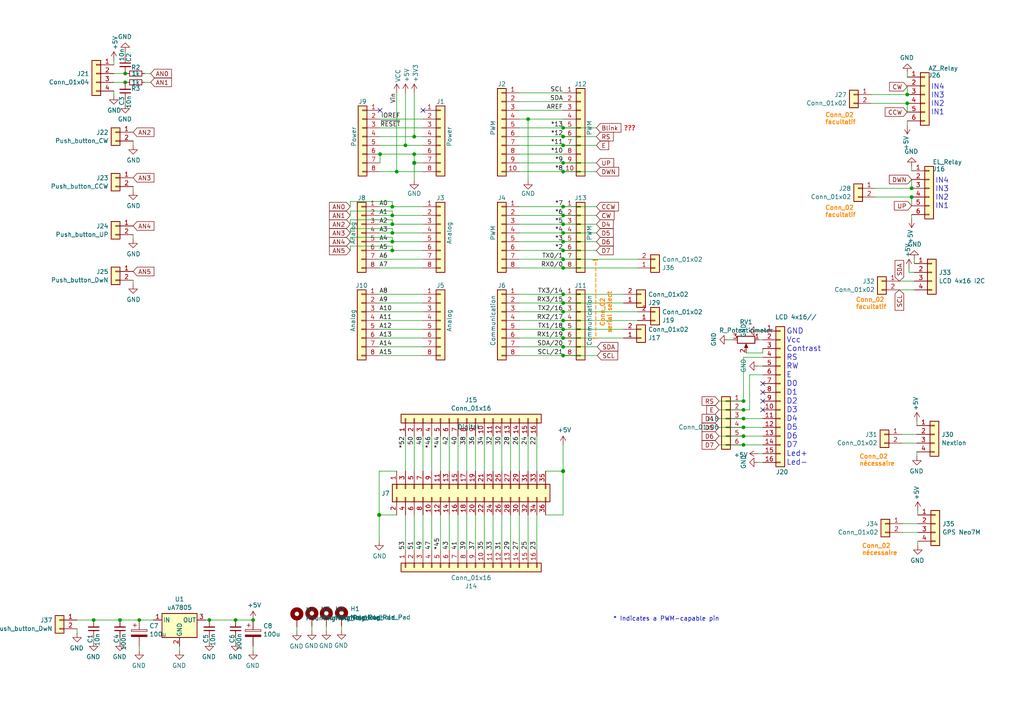
<source format=kicad_sch>
(kicad_sch (version 20230121) (generator eeschema)
  (paper "A4")
  (title_block (date "mar. 31 mars 2015"))
  (junction (at 163.322 90.424))
  (junction (at 163.322 49.784))
  (junction (at 120.142 39.624))
  (junction (at 163.322 72.644))
  (junction (at 163.322 92.964))
  (junction (at 109.982 149.352) (diameter 1.016))
  (junction (at 113.792 59.944))
  (junction (at 68.326 179.832))
  (junction (at 163.322 103.124))
  (junction (at 163.322 95.504))
  (junction (at 163.322 100.584))
  (junction (at 73.406 179.832))
  (junction (at 113.792 70.104))
  (junction (at 113.792 72.644))
  (junction (at 163.322 87.884))
  (junction (at 163.322 67.564))
  (junction (at 36.322 23.876))
  (junction (at 120.142 47.244) (diameter 1.016))
  (junction (at 215.646 129.032))
  (junction (at 264.414 57.15))
  (junction (at 117.602 42.164))
  (junction (at 215.646 118.872))
  (junction (at 263.144 29.972))
  (junction (at 163.322 59.944))
  (junction (at 120.142 44.704))
  (junction (at 215.646 123.952))
  (junction (at 163.322 85.344))
  (junction (at 264.414 54.61))
  (junction (at 163.322 70.104))
  (junction (at 40.386 179.832))
  (junction (at 163.322 39.624))
  (junction (at 113.792 67.564))
  (junction (at 215.646 116.332))
  (junction (at 163.322 47.244))
  (junction (at 36.322 21.336))
  (junction (at 163.322 75.184))
  (junction (at 153.162 34.544))
  (junction (at 113.792 62.484))
  (junction (at 110.236 44.704))
  (junction (at 163.322 65.024))
  (junction (at 163.322 42.164))
  (junction (at 163.322 77.724))
  (junction (at 215.646 126.492))
  (junction (at 60.706 179.832))
  (junction (at 215.646 121.412))
  (junction (at 115.062 49.784))
  (junction (at 163.322 98.044))
  (junction (at 263.144 27.432))
  (junction (at 163.322 37.084))
  (junction (at 27.178 179.832))
  (junction (at 113.792 65.024))
  (junction (at 163.322 136.652) (diameter 1.016))
  (junction (at 34.798 179.832))
  (junction (at 163.322 62.484))
  (no_connect (at 110.236 32.004))
  (no_connect (at 221.234 113.792))
  (no_connect (at 221.234 118.872))
  (no_connect (at 221.234 116.332))
  (no_connect (at 221.234 111.252))
  (no_connect (at 122.682 32.004))
  (wire (pts (xy 150.622 77.724) (xy 163.322 77.724)))
  (wire (pts (xy 208.534 118.872) (xy 215.646 118.872)))
  (wire (pts (xy 252.73 29.972) (xy 263.144 29.972)))
  (wire (pts (xy 163.322 72.644) (xy 172.974 72.644)))
  (wire (pts (xy 90.4563 181.7035) (xy 90.4563 182.9735)))
  (wire (pts (xy 73.406 187.452) (xy 73.406 188.722)))
  (wire (pts (xy 33.02 26.416) (xy 33.02 27.686)))
  (wire (pts (xy 150.622 44.704) (xy 163.322 44.704)))
  (wire (pts (xy 132.842 126.492) (xy 132.842 136.652)))
  (wire (pts (xy 215.646 123.952) (xy 221.234 123.952)))
  (wire (pts (xy 261.62 125.984) (xy 265.938 125.984)))
  (wire (pts (xy 260.858 81.534) (xy 265.176 81.534)))
  (wire (pts (xy 163.322 42.164) (xy 172.974 42.164)))
  (wire (pts (xy 150.622 26.924) (xy 163.322 26.924)))
  (wire (pts (xy 135.382 126.492) (xy 135.382 136.652)))
  (wire (pts (xy 208.534 126.492) (xy 215.646 126.492)))
  (wire (pts (xy 163.322 136.652) (xy 163.322 149.352)))
  (wire (pts (xy 110.236 44.704) (xy 120.142 44.704)))
  (wire (pts (xy 109.982 136.652) (xy 115.062 136.652)))
  (wire (pts (xy 150.622 90.424) (xy 163.322 90.424)))
  (wire (pts (xy 120.142 44.704) (xy 120.142 47.244)))
  (wire (pts (xy 41.91 23.876) (xy 43.688 23.876)))
  (wire (pts (xy 110.236 39.624) (xy 120.142 39.624)))
  (wire (pts (xy 137.922 149.352) (xy 137.922 159.512)))
  (wire (pts (xy 109.982 72.644) (xy 113.792 72.644)))
  (wire (pts (xy 143.002 126.492) (xy 143.002 136.652)))
  (wire (pts (xy 33.02 21.336) (xy 36.322 21.336)))
  (wire (pts (xy 113.792 59.944) (xy 113.792 58.42)))
  (wire (pts (xy 120.142 126.492) (xy 120.142 136.652)))
  (wire (pts (xy 155.702 126.492) (xy 155.702 136.652)))
  (wire (pts (xy 163.322 49.784) (xy 172.974 49.784)))
  (wire (pts (xy 217.424 108.712) (xy 217.424 118.872)))
  (wire (pts (xy 221.234 134.112) (xy 219.964 134.112)))
  (wire (pts (xy 109.982 62.484) (xy 113.792 62.484)))
  (wire (pts (xy 264.414 52.07) (xy 264.414 54.61)))
  (wire (pts (xy 120.142 47.244) (xy 120.142 52.324)))
  (wire (pts (xy 109.982 75.184) (xy 122.682 75.184)))
  (wire (pts (xy 36.322 23.876) (xy 36.83 23.876)))
  (wire (pts (xy 163.322 95.504) (xy 180.848 95.504)))
  (wire (pts (xy 101.6 71.374) (xy 101.6 72.644)))
  (wire (pts (xy 150.622 149.352) (xy 150.622 159.512)))
  (wire (pts (xy 34.798 184.912) (xy 34.798 186.182)))
  (wire (pts (xy 60.706 184.912) (xy 60.706 186.182)))
  (wire (pts (xy 208.534 121.412) (xy 215.646 121.412)))
  (wire (pts (xy 41.91 21.336) (xy 43.688 21.336)))
  (wire (pts (xy 120.142 39.624) (xy 122.682 39.624)))
  (wire (pts (xy 130.302 126.492) (xy 130.302 136.652)))
  (wire (pts (xy 261.874 151.892) (xy 266.192 151.892)))
  (wire (pts (xy 163.322 98.044) (xy 180.848 98.044)))
  (wire (pts (xy 117.602 42.164) (xy 122.682 42.164)))
  (wire (pts (xy 99.06 181.61) (xy 99.06 182.88)))
  (wire (pts (xy 140.462 149.352) (xy 140.462 159.512)))
  (wire (pts (xy 265.938 122.174) (xy 265.938 123.444)))
  (wire (pts (xy 117.602 26.924) (xy 117.602 42.164)))
  (wire (pts (xy 38.608 40.894) (xy 38.608 42.164)))
  (wire (pts (xy 109.982 103.124) (xy 122.682 103.124)))
  (wire (pts (xy 125.222 149.352) (xy 125.222 159.512)))
  (wire (pts (xy 266.192 156.972) (xy 266.192 158.242)))
  (wire (pts (xy 148.082 149.352) (xy 148.082 159.512)))
  (wire (pts (xy 110.236 49.784) (xy 115.062 49.784)))
  (wire (pts (xy 150.622 37.084) (xy 163.322 37.084)))
  (wire (pts (xy 264.414 48.26) (xy 264.414 49.53)))
  (wire (pts (xy 163.322 90.424) (xy 184.912 90.424)))
  (wire (pts (xy 52.07 187.452) (xy 52.07 188.722)))
  (wire (pts (xy 120.142 26.924) (xy 120.142 39.624)))
  (wire (pts (xy 150.622 59.944) (xy 163.322 59.944)))
  (wire (pts (xy 113.792 62.484) (xy 122.682 62.484)))
  (wire (pts (xy 113.792 67.564) (xy 122.682 67.564)))
  (wire (pts (xy 254 54.61) (xy 264.414 54.61)))
  (wire (pts (xy 109.982 59.944) (xy 113.792 59.944)))
  (wire (pts (xy 38.608 81.28) (xy 38.608 82.55)))
  (wire (pts (xy 122.682 100.584) (xy 109.982 100.584)))
  (wire (pts (xy 219.964 131.572) (xy 221.234 131.572)))
  (wire (pts (xy 36.322 16.256) (xy 36.322 14.986)))
  (wire (pts (xy 150.622 62.484) (xy 163.322 62.484)))
  (wire (pts (xy 150.622 98.044) (xy 163.322 98.044)))
  (wire (pts (xy 109.982 70.104) (xy 113.792 70.104)))
  (wire (pts (xy 163.322 37.084) (xy 172.974 37.084)))
  (wire (pts (xy 101.6 63.754) (xy 101.6 65.024)))
  (wire (pts (xy 261.874 154.432) (xy 266.192 154.432)))
  (wire (pts (xy 212.598 98.552) (xy 211.328 98.552)))
  (wire (pts (xy 140.462 126.492) (xy 140.462 136.652)))
  (wire (pts (xy 163.322 77.724) (xy 184.912 77.724)))
  (wire (pts (xy 263.144 24.892) (xy 263.144 27.432)))
  (wire (pts (xy 27.178 184.912) (xy 27.178 186.182)))
  (wire (pts (xy 101.6 68.834) (xy 101.6 70.104)))
  (wire (pts (xy 109.982 136.652) (xy 109.982 149.352)))
  (wire (pts (xy 94.6476 181.7035) (xy 94.6476 182.9735)))
  (wire (pts (xy 163.322 47.244) (xy 172.974 47.244)))
  (wire (pts (xy 125.222 126.492) (xy 125.222 136.652)))
  (wire (pts (xy 115.062 149.352) (xy 109.982 149.352)))
  (wire (pts (xy 163.322 103.124) (xy 173.228 103.124)))
  (wire (pts (xy 163.322 85.344) (xy 180.848 85.344)))
  (wire (pts (xy 263.144 21.082) (xy 263.144 22.352)))
  (wire (pts (xy 150.622 47.244) (xy 163.322 47.244)))
  (wire (pts (xy 148.082 126.492) (xy 148.082 136.652)))
  (wire (pts (xy 38.608 68.072) (xy 38.608 69.342)))
  (wire (pts (xy 40.386 179.832) (xy 44.45 179.832)))
  (wire (pts (xy 145.542 126.492) (xy 145.542 136.652)))
  (wire (pts (xy 110.236 44.704) (xy 110.236 47.244)))
  (wire (pts (xy 113.792 63.754) (xy 101.6 63.754)))
  (wire (pts (xy 127.762 149.352) (xy 127.762 159.512)))
  (wire (pts (xy 263.652 78.994) (xy 265.176 78.994)))
  (wire (pts (xy 145.542 149.352) (xy 145.542 159.512)))
  (wire (pts (xy 122.682 149.352) (xy 122.682 159.512)))
  (wire (pts (xy 153.162 126.492) (xy 153.162 136.652)))
  (wire (pts (xy 113.792 70.104) (xy 113.792 68.834)))
  (wire (pts (xy 254 57.15) (xy 264.414 57.15)))
  (wire (pts (xy 215.646 126.492) (xy 221.234 126.492)))
  (wire (pts (xy 150.622 67.564) (xy 163.322 67.564)))
  (wire (pts (xy 113.792 72.644) (xy 113.792 71.374)))
  (wire (pts (xy 60.706 179.832) (xy 68.326 179.832)))
  (wire (pts (xy 132.842 149.352) (xy 132.842 159.512)))
  (wire (pts (xy 221.234 108.712) (xy 217.424 108.712)))
  (wire (pts (xy 127.762 126.492) (xy 127.762 136.652)))
  (wire (pts (xy 113.792 65.024) (xy 122.682 65.024)))
  (wire (pts (xy 33.02 17.526) (xy 33.02 18.796)))
  (wire (pts (xy 113.792 72.644) (xy 122.682 72.644)))
  (wire (pts (xy 59.69 179.832) (xy 60.706 179.832)))
  (wire (pts (xy 36.322 21.336) (xy 36.83 21.336)))
  (wire (pts (xy 113.792 58.42) (xy 101.6 58.42)))
  (wire (pts (xy 150.622 87.884) (xy 163.322 87.884)))
  (wire (pts (xy 163.322 129.032) (xy 163.322 136.652)))
  (wire (pts (xy 208.534 123.952) (xy 215.646 123.952)))
  (wire (pts (xy 153.162 34.544) (xy 153.162 52.324)))
  (wire (pts (xy 113.792 71.374) (xy 101.6 71.374)))
  (wire (pts (xy 150.622 103.124) (xy 163.322 103.124)))
  (wire (pts (xy 113.792 61.214) (xy 101.6 61.214)))
  (wire (pts (xy 208.534 129.032) (xy 215.646 129.032)))
  (wire (pts (xy 163.322 100.584) (xy 173.228 100.584)))
  (wire (pts (xy 150.622 32.004) (xy 163.322 32.004)))
  (wire (pts (xy 221.234 96.012) (xy 219.964 96.012)))
  (wire (pts (xy 158.242 136.652) (xy 163.322 136.652)))
  (wire (pts (xy 110.236 42.164) (xy 117.602 42.164)))
  (wire (pts (xy 101.6 58.42) (xy 101.6 59.944)))
  (wire (pts (xy 150.622 95.504) (xy 163.322 95.504)))
  (wire (pts (xy 109.982 92.964) (xy 122.682 92.964)))
  (wire (pts (xy 163.322 39.624) (xy 172.974 39.624)))
  (wire (pts (xy 113.792 65.024) (xy 113.792 63.754)))
  (wire (pts (xy 208.534 116.332) (xy 215.646 116.332)))
  (wire (pts (xy 150.622 85.344) (xy 163.322 85.344)))
  (wire (pts (xy 122.682 47.244) (xy 120.142 47.244)))
  (wire (pts (xy 113.792 66.294) (xy 101.6 66.294)))
  (wire (pts (xy 217.424 118.872) (xy 215.646 118.872)))
  (wire (pts (xy 163.322 87.884) (xy 180.848 87.884)))
  (wire (pts (xy 263.652 77.724) (xy 263.652 78.994)))
  (wire (pts (xy 86.106 181.864) (xy 86.106 183.134)))
  (wire (pts (xy 163.322 62.484) (xy 172.974 62.484)))
  (wire (pts (xy 113.792 68.834) (xy 101.6 68.834)))
  (wire (pts (xy 221.234 101.092) (xy 221.234 102.362)))
  (wire (pts (xy 263.144 35.052) (xy 263.144 36.322)))
  (wire (pts (xy 265.938 131.064) (xy 265.938 132.334)))
  (wire (pts (xy 122.682 49.784) (xy 115.062 49.784)))
  (wire (pts (xy 117.602 126.492) (xy 117.602 136.652)))
  (wire (pts (xy 163.322 70.104) (xy 172.974 70.104)))
  (wire (pts (xy 221.234 102.362) (xy 216.408 102.362)))
  (wire (pts (xy 215.646 121.412) (xy 221.234 121.412)))
  (wire (pts (xy 150.622 39.624) (xy 163.322 39.624)))
  (wire (pts (xy 120.142 149.352) (xy 120.142 159.512)))
  (wire (pts (xy 220.218 98.552) (xy 221.234 98.552)))
  (wire (pts (xy 109.982 65.024) (xy 113.792 65.024)))
  (wire (pts (xy 143.002 149.352) (xy 143.002 159.512)))
  (wire (pts (xy 122.682 90.424) (xy 109.982 90.424)))
  (wire (pts (xy 117.602 149.352) (xy 117.602 159.512)))
  (wire (pts (xy 38.608 54.102) (xy 38.608 55.372)))
  (wire (pts (xy 150.622 92.964) (xy 163.322 92.964)))
  (wire (pts (xy 150.622 34.544) (xy 153.162 34.544)))
  (wire (pts (xy 135.382 149.352) (xy 135.382 159.512)))
  (wire (pts (xy 122.682 44.704) (xy 120.142 44.704)))
  (wire (pts (xy 109.982 98.044) (xy 122.682 98.044)))
  (wire (pts (xy 68.326 179.832) (xy 73.406 179.832)))
  (wire (pts (xy 150.622 126.492) (xy 150.622 136.652)))
  (wire (pts (xy 163.322 59.944) (xy 172.974 59.944)))
  (wire (pts (xy 215.646 129.032) (xy 221.234 129.032)))
  (wire (pts (xy 110.236 34.544) (xy 122.682 34.544)))
  (wire (pts (xy 150.622 42.164) (xy 163.322 42.164)))
  (wire (pts (xy 221.234 106.172) (xy 219.964 106.172)))
  (wire (pts (xy 163.322 65.024) (xy 172.974 65.024)))
  (wire (pts (xy 101.6 61.214) (xy 101.6 62.484)))
  (wire (pts (xy 137.922 126.492) (xy 137.922 136.652)))
  (wire (pts (xy 163.322 67.564) (xy 172.974 67.564)))
  (wire (pts (xy 163.322 75.184) (xy 184.912 75.184)))
  (wire (pts (xy 109.982 87.884) (xy 122.682 87.884)))
  (wire (pts (xy 263.144 29.972) (xy 263.144 32.512)))
  (wire (pts (xy 110.236 37.084) (xy 122.682 37.084)))
  (wire (pts (xy 264.414 62.23) (xy 264.414 63.5)))
  (wire (pts (xy 264.414 57.15) (xy 264.414 59.69)))
  (wire (pts (xy 150.622 65.024) (xy 163.322 65.024)))
  (wire (pts (xy 109.982 67.564) (xy 113.792 67.564)))
  (wire (pts (xy 109.982 77.724) (xy 122.682 77.724)))
  (wire (pts (xy 122.682 126.492) (xy 122.682 136.652)))
  (wire (pts (xy 153.162 34.544) (xy 163.322 34.544)))
  (wire (pts (xy 265.176 76.454) (xy 265.176 75.184)))
  (wire (pts (xy 150.622 100.584) (xy 163.322 100.584)))
  (wire (pts (xy 113.792 59.944) (xy 122.682 59.944)))
  (wire (pts (xy 40.386 187.452) (xy 40.386 188.722)))
  (wire (pts (xy 163.322 149.352) (xy 158.242 149.352)))
  (wire (pts (xy 122.682 85.344) (xy 109.982 85.344)))
  (wire (pts (xy 163.322 92.964) (xy 184.912 92.964)))
  (wire (pts (xy 215.646 116.332) (xy 215.646 103.632)))
  (wire (pts (xy 22.352 179.832) (xy 27.178 179.832)))
  (wire (pts (xy 155.702 149.352) (xy 155.702 159.512)))
  (wire (pts (xy 266.192 148.082) (xy 266.192 149.352)))
  (wire (pts (xy 36.322 28.956) (xy 36.322 30.226)))
  (wire (pts (xy 150.622 29.464) (xy 163.322 29.464)))
  (wire (pts (xy 153.162 149.352) (xy 153.162 159.512)))
  (wire (pts (xy 33.02 23.876) (xy 36.322 23.876)))
  (wire (pts (xy 150.622 72.644) (xy 163.322 72.644)))
  (wire (pts (xy 113.792 70.104) (xy 122.682 70.104)))
  (wire (pts (xy 22.352 182.372) (xy 22.352 183.642)))
  (wire (pts (xy 150.622 70.104) (xy 163.322 70.104)))
  (wire (pts (xy 252.73 27.432) (xy 263.144 27.432)))
  (wire (pts (xy 260.858 84.074) (xy 265.176 84.074)))
  (wire (pts (xy 101.6 66.294) (xy 101.6 67.564)))
  (wire (pts (xy 215.646 103.632) (xy 221.234 103.632)))
  (wire (pts (xy 130.302 149.352) (xy 130.302 159.512)))
  (wire (pts (xy 34.798 179.832) (xy 40.386 179.832)))
  (wire (pts (xy 150.622 75.184) (xy 163.322 75.184)))
  (wire (pts (xy 122.682 95.504) (xy 109.982 95.504)))
  (wire (pts (xy 27.178 179.832) (xy 34.798 179.832)))
  (wire (pts (xy 115.062 49.784) (xy 115.062 26.924)))
  (wire (pts (xy 109.982 149.352) (xy 109.982 156.972)))
  (wire (pts (xy 113.792 67.564) (xy 113.792 66.294)))
  (wire (pts (xy 68.326 184.912) (xy 68.326 186.182)))
  (wire (pts (xy 261.62 128.524) (xy 265.938 128.524)))
  (wire (pts (xy 113.792 62.484) (xy 113.792 61.214)))
  (wire (pts (xy 150.622 49.784) (xy 163.322 49.784)))
  (text "???" (at 180.848 38.1 0) (effects (font (size 1.27 1.27) (thickness 0.254) bold) (justify left bottom)))
  (text "IN4\nIN3\nIN2\nIN1\n" (at 271.272 60.706 0) (effects (font (size 1.524 1.524)) (justify left bottom)))
  (text "Conn_02 \nfacultatif" (at 239.268 36.322 0) (effects (font (size 1.27 1.27) bold) (justify left bottom)))
  (text "IN4\nIN3\nIN2\nIN1\n" (at 270.002 33.528 0) (effects (font (size 1.524 1.524)) (justify left bottom)))
  (text "!--------------!\n    Conn_02 \n  serial select\n" (at 177.546 98.806 90) (effects (font (size 1.27 1.27) bold) (justify left bottom)))
  (text "Conn_02 \nfacultatif" (at 239.268 63.246 0) (effects (font (size 1.27 1.27) bold) (justify left bottom)))
  (text "Conn_02 \nnécessaire\n" (at 249.174 135.382 0) (effects (font (size 1.27 1.27) bold) (justify left bottom)))
  (text "Conn_02 \nfacultatif" (at 248.158 89.916 0) (effects (font (size 1.27 1.27) bold) (justify left bottom)))
  (text "GND\nVcc\nContrast\nRS\nRW\nE\nD0\nD1\nD2\nD3\nD4\nD5\nD6\nD7\nLed+\nLed-\n" (at 228.092 135.128 0) (effects (font (size 1.5748 1.5748)) (justify left bottom)))
  (text "* Indicates a PWM-capable pin" (at 177.8 180.34 0) (effects (font (size 1.27 1.27)) (justify left bottom)))
  (text "Conn_02 \nnécessaire\n" (at 249.936 161.29 0) (effects (font (size 1.27 1.27) bold) (justify left bottom)))
  (label "A10" (at 109.982 90.424 0))
  (label "RX0{slash}0" (at 163.322 77.724 180))
  (label "A15" (at 109.982 103.124 0))
  (label "A2" (at 109.982 65.024 0))
  (label "RX2{slash}17" (at 163.322 92.964 180))
  (label "*4" (at 163.322 67.564 180))
  (label "SDA{slash}20" (at 163.322 100.584 180))
  (label "26" (at 150.622 126.492 270))
  (label "31" (at 145.542 159.512 90))
  (label "22" (at 155.702 126.492 270))
  (label "33" (at 143.002 159.512 90))
  (label "36" (at 137.922 126.492 270))
  (label "*2" (at 163.322 72.644 180))
  (label "TX1{slash}18" (at 163.322 95.504 180))
  (label "*44" (at 127.762 126.492 270))
  (label "A3" (at 109.982 67.564 0))
  (label "*13" (at 163.322 37.084 180))
  (label "*52" (at 117.602 126.492 270))
  (label "*12" (at 163.322 39.624 180))
  (label "40" (at 132.842 126.492 270))
  (label "~{RESET}" (at 110.236 37.084 0))
  (label "35" (at 140.462 159.512 90))
  (label "*10" (at 163.322 44.704 180))
  (label "28" (at 148.082 126.492 270))
  (label "23" (at 155.702 159.512 90))
  (label "29" (at 148.082 159.512 90))
  (label "A13" (at 109.982 98.044 0))
  (label "41" (at 132.842 159.512 90))
  (label "30" (at 145.542 126.492 270))
  (label "47" (at 125.222 159.512 90))
  (label "34" (at 140.462 126.492 270))
  (label "*45" (at 127.762 159.512 90))
  (label "38" (at 135.382 126.492 270))
  (label "51" (at 120.142 159.512 90))
  (label "*7" (at 163.322 59.944 180))
  (label "SDA" (at 163.322 29.464 180))
  (label "*8" (at 163.322 49.784 180))
  (label "A9" (at 109.982 87.884 0))
  (label "*11" (at 163.322 42.164 180))
  (label "*3" (at 163.322 70.104 180))
  (label "A6" (at 109.982 75.184 0))
  (label "42" (at 130.302 126.492 270))
  (label "A1" (at 109.982 62.484 0))
  (label "53" (at 117.602 159.512 90))
  (label "TX0{slash}1" (at 163.322 75.184 180))
  (label "24" (at 153.162 126.492 270))
  (label "RX1{slash}19" (at 163.322 98.044 180))
  (label "A0" (at 109.982 59.944 0))
  (label "AREF" (at 163.322 32.004 180))
  (label "A14" (at 109.982 100.584 0))
  (label "39" (at 135.382 159.512 90))
  (label "A8" (at 109.982 85.344 0))
  (label "Vin" (at 115.062 26.924 270))
  (label "27" (at 150.622 159.512 90))
  (label "37" (at 137.922 159.512 90))
  (label "25" (at 153.162 159.512 90))
  (label "*6" (at 163.322 62.484 180))
  (label "*46" (at 125.222 126.492 270))
  (label "SCL" (at 163.322 26.924 180))
  (label "*9" (at 163.322 47.244 180))
  (label "50" (at 120.142 126.492 270))
  (label "TX2{slash}16" (at 163.322 90.424 180))
  (label "*5" (at 163.322 65.024 180))
  (label "IOREF" (at 110.49 34.544 0))
  (label "A7" (at 109.982 77.724 0))
  (label "A11" (at 109.982 92.964 0))
  (label "A4" (at 109.982 70.104 0))
  (label "49" (at 122.682 159.512 90))
  (label "A5" (at 109.982 72.644 0))
  (label "RX3{slash}15" (at 163.322 87.884 180))
  (label "TX3{slash}14" (at 163.322 85.344 180))
  (label "32" (at 143.002 126.492 270))
  (label "43" (at 130.302 159.512 90))
  (label "A12" (at 109.982 95.504 0))
  (label "SCL{slash}21" (at 163.322 103.124 180))
  (label "48" (at 122.682 126.492 270))
  (global_label "SDA" (shape input) (at 260.858 81.534 90) (property "Intersheetrefs" "${INTERSHEET_REFS}" (effects hide)))
  (global_label "SDA" (shape input) (at 173.228 100.584 0) (property "Intersheetrefs" "${INTERSHEET_REFS}" (effects hide)))
  (global_label "AN0" (shape input) (at 43.688 21.336 0) (property "Intersheetrefs" "${INTERSHEET_REFS}" (effects hide)))
  (global_label "CCW" (shape input) (at 263.144 32.512 180) (property "Intersheetrefs" "${INTERSHEET_REFS}" (effects hide)))
  (global_label "AN1" (shape input) (at 43.688 23.876 0) (property "Intersheetrefs" "${INTERSHEET_REFS}" (effects hide)))
  (global_label "Blink" (shape input) (at 172.974 37.084 0) (property "Intersheetrefs" "${INTERSHEET_REFS}" (effects hide)))
  (global_label "D7" (shape input) (at 172.974 72.644 0) (property "Intersheetrefs" "${INTERSHEET_REFS}" (effects hide)))
  (global_label "AN5" (shape input) (at 101.6 72.644 180) (property "Intersheetrefs" "${INTERSHEET_REFS}" (effects hide)))
  (global_label "RS" (shape input) (at 172.974 39.624 0) (property "Intersheetrefs" "${INTERSHEET_REFS}" (effects hide)))
  (global_label "D4" (shape input) (at 172.974 65.024 0) (property "Intersheetrefs" "${INTERSHEET_REFS}" (effects hide)))
  (global_label "D4" (shape input) (at 208.534 121.412 180) (property "Intersheetrefs" "${INTERSHEET_REFS}" (effects hide)))
  (global_label "UP" (shape input) (at 264.414 59.69 180) (property "Intersheetrefs" "${INTERSHEET_REFS}" (effects hide)))
  (global_label "UP" (shape input) (at 172.974 47.244 0) (property "Intersheetrefs" "${INTERSHEET_REFS}" (effects hide)))
  (global_label "AN0" (shape input) (at 101.6 59.944 180) (property "Intersheetrefs" "${INTERSHEET_REFS}" (effects hide)))
  (global_label "CCW" (shape input) (at 172.974 59.944 0) (property "Intersheetrefs" "${INTERSHEET_REFS}" (effects hide)))
  (global_label "DWN" (shape input) (at 264.414 52.07 180) (property "Intersheetrefs" "${INTERSHEET_REFS}" (effects hide)))
  (global_label "D6" (shape input) (at 208.534 126.492 180) (property "Intersheetrefs" "${INTERSHEET_REFS}" (effects hide)))
  (global_label "D7" (shape input) (at 208.534 129.032 180) (property "Intersheetrefs" "${INTERSHEET_REFS}" (effects hide)))
  (global_label "RS" (shape input) (at 208.534 116.332 180) (property "Intersheetrefs" "${INTERSHEET_REFS}" (effects hide)))
  (global_label "CW" (shape input) (at 172.974 62.484 0) (property "Intersheetrefs" "${INTERSHEET_REFS}" (effects hide)))
  (global_label "AN3" (shape input) (at 101.6 67.564 180) (property "Intersheetrefs" "${INTERSHEET_REFS}" (effects hide)))
  (global_label "AN4" (shape input) (at 38.608 65.532 0) (property "Intersheetrefs" "${INTERSHEET_REFS}" (effects hide)))
  (global_label "SCL" (shape input) (at 173.228 103.124 0) (property "Intersheetrefs" "${INTERSHEET_REFS}" (effects hide)))
  (global_label "SCL" (shape input) (at 260.858 84.074 270) (property "Intersheetrefs" "${INTERSHEET_REFS}" (effects hide)))
  (global_label "AN2" (shape input) (at 101.6 65.024 180) (property "Intersheetrefs" "${INTERSHEET_REFS}" (effects hide)))
  (global_label "AN2" (shape input) (at 38.608 38.354 0) (property "Intersheetrefs" "${INTERSHEET_REFS}" (effects hide)))
  (global_label "CW" (shape input) (at 263.144 25.146 180) (property "Intersheetrefs" "${INTERSHEET_REFS}" (effects hide)))
  (global_label "E" (shape input) (at 208.534 118.872 180) (property "Intersheetrefs" "${INTERSHEET_REFS}" (effects hide)))
  (global_label "D6" (shape input) (at 172.974 70.104 0) (property "Intersheetrefs" "${INTERSHEET_REFS}" (effects hide)))
  (global_label "AN1" (shape input) (at 101.6 62.484 180) (property "Intersheetrefs" "${INTERSHEET_REFS}" (effects hide)))
  (global_label "DWN" (shape input) (at 172.974 49.784 0) (property "Intersheetrefs" "${INTERSHEET_REFS}" (effects hide)))
  (global_label "E" (shape input) (at 172.974 42.164 0) (property "Intersheetrefs" "${INTERSHEET_REFS}" (effects hide)))
  (global_label "AN5" (shape input) (at 38.608 78.74 0) (property "Intersheetrefs" "${INTERSHEET_REFS}" (effects hide)))
  (global_label "AN3" (shape input) (at 38.608 51.562 0) (property "Intersheetrefs" "${INTERSHEET_REFS}" (effects hide)))
  (global_label "AN4" (shape input) (at 101.6 70.104 180) (property "Intersheetrefs" "${INTERSHEET_REFS}" (effects hide)))
  (global_label "D5" (shape input) (at 208.534 123.952 180) (property "Intersheetrefs" "${INTERSHEET_REFS}" (effects hide)))
  (global_label "D5" (shape input) (at 172.974 67.564 0) (property "Intersheetrefs" "${INTERSHEET_REFS}" (effects hide)))
  (symbol (lib_id "Connector_Generic:Conn_01x08") (at 127.762 39.624 0) (unit 1)
    (property "Reference" "J1" (at 127.762 29.464 0))
    (property "Value" "Power" (at 130.302 39.624 90))
    (property "Footprint" "Connector_PinSocket_2.54mm:PinSocket_1x08_P2.54mm_Vertical" (effects hide))
  )
  (symbol (lib_id "power:+3V3") (at 120.142 26.924 0) (unit 1)
    (property "Reference" "#PWR03" (effects hide))
    (property "Value" "+3.3V" (at 120.523 23.876 90) (effects (justify left)))
  )
  (symbol (lib_id "power:+5V") (at 117.602 26.924 0) (unit 1)
    (property "Reference" "#PWR02" (effects hide))
    (property "Value" "+5V" (at 117.9576 23.876 90) (effects (justify left)))
  )
  (symbol (lib_id "power:GND") (at 120.142 52.324 0) (unit 1)
    (property "Reference" "#PWR04" (effects hide))
    (property "Value" "GND" (at 120.142 56.134 0))
  )
  (symbol (lib_id "Connector_Generic:Conn_01x10") (at 145.542 37.084 0) (mirror y) (unit 1)
    (property "Reference" "J2" (at 145.542 24.384 0))
    (property "Value" "PWM" (at 143.002 37.084 90))
    (property "Footprint" "Connector_PinSocket_2.54mm:PinSocket_1x10_P2.54mm_Vertical" (effects hide))
  )
  (symbol (lib_id "power:GND") (at 153.162 52.324 0) (unit 1)
    (property "Reference" "#PWR05" (effects hide))
    (property "Value" "GND" (at 153.162 56.134 0))
  )
  (symbol (lib_id "Connector_Generic:Conn_01x08") (at 127.762 67.564 0) (unit 1)
    (property "Reference" "J3" (at 127.762 57.404 0))
    (property "Value" "Analog" (at 130.302 67.564 90))
    (property "Footprint" "Connector_PinHeader_2.54mm:PinHeader_1x08_P2.54mm_Vertical" (effects hide))
  )
  (symbol (lib_id "Connector_Generic:Conn_01x08") (at 145.542 67.564 0) (mirror y) (unit 1)
    (property "Reference" "J4" (at 145.542 57.404 0))
    (property "Value" "PWM" (at 143.002 67.564 90))
    (property "Footprint" "Connector_PinSocket_2.54mm:PinSocket_1x08_P2.54mm_Vertical" (effects hide))
  )
  (symbol (lib_id "Connector_Generic:Conn_01x08") (at 127.762 92.964 0) (unit 1)
    (property "Reference" "J5" (at 127.762 82.804 0))
    (property "Value" "Analog" (at 130.302 92.964 90))
    (property "Footprint" "Connector_PinSocket_2.54mm:PinSocket_1x08_P2.54mm_Vertical" (effects hide))
  )
  (symbol (lib_id "Connector_Generic:Conn_01x08") (at 145.542 92.964 0) (mirror y) (unit 1)
    (property "Reference" "J6" (at 145.542 82.804 0))
    (property "Value" "Communication" (at 143.002 92.964 90))
    (property "Footprint" "Connector_PinSocket_2.54mm:PinSocket_1x08_P2.54mm_Vertical" (effects hide))
  )
  (symbol (lib_id "Connector_Generic:Conn_02x18_Odd_Even") (at 135.382 141.732 90) (mirror x) (unit 1)
    (property "Reference" "J7" (at 113.0299 143.1226 90) (effects (justify left)))
    (property "Value" "Digital" (at 135.89 123.825 90))
    (property "Footprint" "Connector_PinSocket_2.54mm:PinSocket_2x18_P2.54mm_Vertical" (effects hide))
  )
  (symbol (lib_id "power:GND") (at 109.982 156.972 0) (unit 1)
    (property "Reference" "#PWR07" (effects hide))
    (property "Value" "GND" (at 110.0963 161.2964 0))
  )
  (symbol (lib_id "power:+5V") (at 163.322 129.032 0) (unit 1)
    (property "Reference" "#PWR06" (effects hide))
    (property "Value" "+5V" (at 163.6903 124.7076 0))
  )
  (symbol (lib_id "power:GND") (at 38.608 55.372 0) (unit 1)
    (property "Reference" "#PWR013" (effects hide))
    (property "Value" "GND" (at 38.7223 59.6964 0))
  )
  (symbol (lib_id "power:+5V") (at 265.938 122.174 0) (mirror y) (unit 1)
    (property "Reference" "#PWR022" (effects hide))
    (property "Value" "+5V" (at 265.5824 119.126 90) (effects (justify left)))
  )
  (symbol (lib_id "power:GND") (at 33.02 27.686 0) (unit 1)
    (property "Reference" "#PWR010" (effects hide))
    (property "Value" "GND" (at 33.1343 32.0104 0))
  )
  (symbol (lib_id "Connector_Generic:Conn_01x04") (at 271.272 151.892 0) (unit 1)
    (property "Reference" "J35" (at 273.304 151.9499 0) (effects (justify left)))
    (property "Value" "GPS Neo7M" (at 273.304 154.3741 0) (effects (justify left)))
    (property "Footprint" "Connector_Molex:Molex_KK-254_AE-6410-04A_1x04_P2.54mm_Vertical" (effects hide))
  )
  (symbol (lib_id "Connector_Generic:Conn_01x02") (at 33.528 38.354 0) (mirror y) (unit 1)
    (property "Reference" "J22" (at 31.496 38.4119 0) (effects (justify left)))
    (property "Value" "Push_button_CW" (at 31.496 40.8361 0) (effects (justify left)))
    (property "Footprint" "Connector_Molex:Molex_KK-254_AE-6410-02A_1x02_P2.54mm_Vertical" (effects hide))
  )
  (symbol (lib_id "power:GND") (at 86.106 183.134 0) (mirror y) (unit 1)
    (property "Reference" "#PWR043" (effects hide))
    (property "Value" "GND" (at 85.9917 187.4584 0))
  )
  (symbol (lib_id "Device:C_Polarized") (at 73.406 183.642 0) (unit 1)
    (property "Reference" "C8" (at 76.327 181.5409 0) (effects (justify left)))
    (property "Value" "100u" (at 76.327 183.9651 0) (effects (justify left)))
    (property "Footprint" "Capacitor_SMD:CP_Elec_10x12.6" (effects hide))
  )
  (symbol (lib_id "Connector_Generic:Conn_01x02") (at 189.992 77.724 0) (mirror x) (unit 1)
    (property "Reference" "J36" (at 192.024 77.6661 0) (effects (justify left)))
    (property "Value" "Conn_01x02" (at 192.024 75.2419 0) (effects (justify left)))
    (property "Footprint" "Connector_Molex:Molex_KK-254_AE-6410-02A_1x02_P2.54mm_Vertical" (effects hide))
  )
  (symbol (lib_id "Device:C_Small") (at 27.178 182.372 0) (mirror x) (unit 1)
    (property "Reference" "C1" (at 26.162 183.896 90) (effects (justify left)))
    (property "Value" "10n" (at 28.194 183.642 90) (effects (justify left)))
    (property "Footprint" "Capacitor_SMD:C_0805_2012Metric_Pad1.18x1.45mm_HandSolder" (effects hide))
  )
  (symbol (lib_id "power:+5V") (at 219.964 131.572 90) (mirror x) (unit 1)
    (property "Reference" "#PWR029" (effects hide))
    (property "Value" "+5V" (at 216.916 131.9276 90) (effects (justify left)))
  )
  (symbol (lib_id "Device:C_Small") (at 68.326 182.372 0) (mirror x) (unit 1)
    (property "Reference" "C6" (at 67.31 183.896 90) (effects (justify left)))
    (property "Value" "100n" (at 69.342 183.642 90) (effects (justify left)))
    (property "Footprint" "Capacitor_SMD:C_0805_2012Metric_Pad1.18x1.45mm_HandSolder" (effects hide))
  )
  (symbol (lib_id "Device:R_Small") (at 39.37 23.876 90) (mirror x) (unit 1)
    (property "Reference" "R3" (at 39.37 25.654 90))
    (property "Value" "1k" (at 39.37 23.876 90))
    (property "Footprint" "Resistor_SMD:R_0805_2012Metric_Pad1.20x1.40mm_HandSolder" (effects hide))
  )
  (symbol (lib_id "power:+5V") (at 264.414 63.5 180) (unit 1)
    (property "Reference" "#PWR020" (effects hide))
    (property "Value" "+5V" (at 264.0584 66.548 90) (effects (justify left)))
  )
  (symbol (lib_id "Connector_Generic:Conn_01x16") (at 135.382 121.412 90) (unit 1)
    (property "Reference" "J15" (at 136.652 115.9977 90))
    (property "Value" "Conn_01x16" (at 136.652 118.4219 90))
    (property "Footprint" "Connector_PinHeader_2.54mm:PinHeader_1x16_P2.54mm_Vertical" (effects hide))
  )
  (symbol (lib_id "Device:C_Small") (at 60.706 182.372 0) (mirror x) (unit 1)
    (property "Reference" "C5" (at 59.69 183.896 90) (effects (justify left)))
    (property "Value" "10n" (at 61.722 183.642 90) (effects (justify left)))
    (property "Footprint" "Capacitor_SMD:C_0805_2012Metric_Pad1.18x1.45mm_HandSolder" (effects hide))
  )
  (symbol (lib_id "power:GND") (at 34.798 186.182 0) (mirror y) (unit 1)
    (property "Reference" "#PWR011" (effects hide))
    (property "Value" "GND" (at 34.6837 190.5064 0))
  )
  (symbol (lib_id "power:+5V") (at 266.192 148.082 0) (mirror y) (unit 1)
    (property "Reference" "#PWR026" (effects hide))
    (property "Value" "+5V" (at 265.8364 145.034 90) (effects (justify left)))
  )
  (symbol (lib_id "power:+5V") (at 263.652 77.724 0) (mirror y) (unit 1)
    (property "Reference" "#PWR024" (effects hide))
    (property "Value" "+5V" (at 263.2964 74.676 90) (effects (justify left)))
  )
  (symbol (lib_id "Connector_Generic:Conn_01x02") (at 189.992 92.964 0) (mirror x) (unit 1)
    (property "Reference" "J19" (at 192.024 92.9061 0) (effects (justify left)))
    (property "Value" "Conn_01x02" (at 192.024 90.4819 0) (effects (justify left)))
    (property "Footprint" "Connector_Molex:Molex_KK-254_AE-6410-02A_1x02_P2.54mm_Vertical" (effects hide))
  )
  (symbol (lib_id "Connector_Generic:Conn_01x02") (at 248.92 54.61 0) (mirror y) (unit 1)
    (property "Reference" "J28" (at 246.888 54.6679 0) (effects (justify left)))
    (property "Value" "Conn_01x02" (at 246.888 57.0921 0) (effects (justify left)))
    (property "Footprint" "Connector_Molex:Molex_KK-254_AE-6410-02A_1x02_P2.54mm_Vertical" (effects hide))
  )
  (symbol (lib_id "power:GND") (at 219.964 134.112 270) (mirror x) (unit 1)
    (property "Reference" "#PWR028" (effects hide))
    (property "Value" "GND" (at 215.6396 133.9977 0))
  )
  (symbol (lib_id "Connector_Generic:Conn_01x06") (at 268.224 27.432 0) (unit 1)
    (property "Reference" "J26" (at 269.24 21.844 0) (effects (justify left)))
    (property "Value" "AZ_Relay" (at 269.24 19.812 0) (effects (justify left)))
    (property "Footprint" "Connector_PinSocket_2.54mm:PinSocket_1x06_P2.54mm_Vertical" (effects hide))
  )
  (symbol (lib_id "Connector_Generic:Conn_01x02") (at 256.54 125.984 0) (mirror y) (unit 1)
    (property "Reference" "J31" (at 254.508 126.0419 0) (effects (justify left)))
    (property "Value" "Conn_01x02" (at 254.508 128.4661 0) (effects (justify left)))
    (property "Footprint" "Connector_Molex:Molex_KK-254_AE-6410-02A_1x02_P2.54mm_Vertical" (effects hide))
  )
  (symbol (lib_id "power:+5V") (at 263.144 36.322 180) (unit 1)
    (property "Reference" "#PWR019" (effects hide))
    (property "Value" "+5V" (at 262.7884 39.37 90) (effects (justify left)))
  )
  (symbol (lib_id "power:VCC") (at 115.062 26.924 0) (unit 1)
    (property "Reference" "#PWR01" (effects hide))
    (property "Value" "VCC" (at 115.443 23.876 90) (effects (justify left)))
  )
  (symbol (lib_id "Connector_Generic:Conn_01x04") (at 27.94 21.336 0) (mirror y) (unit 1)
    (property "Reference" "J21" (at 25.908 21.3939 0) (effects (justify left)))
    (property "Value" "Conn_01x04" (at 25.908 23.8181 0) (effects (justify left)))
    (property "Footprint" "Connector_Molex:Molex_KK-254_AE-6410-04A_1x04_P2.54mm_Vertical" (effects hide))
  )
  (symbol (lib_id "Device:C_Small") (at 34.798 182.372 0) (mirror x) (unit 1)
    (property "Reference" "C4" (at 33.782 183.896 90) (effects (justify left)))
    (property "Value" "100n" (at 35.814 183.642 90) (effects (justify left)))
    (property "Footprint" "Capacitor_SMD:C_0805_2012Metric_Pad1.18x1.45mm_HandSolder" (effects hide))
  )
  (symbol (lib_id "Connector_Generic:Conn_01x06") (at 269.494 54.61 0) (unit 1)
    (property "Reference" "J16" (at 270.51 49.022 0) (effects (justify left)))
    (property "Value" "EL_Relay" (at 270.51 46.99 0) (effects (justify left)))
    (property "Footprint" "Connector_PinSocket_2.54mm:PinSocket_1x06_P2.54mm_Vertical" (effects hide))
  )
  (symbol (lib_id "power:GND") (at 94.6476 182.9735 0) (mirror y) (unit 1)
    (property "Reference" "#PWR041" (effects hide))
    (property "Value" "GND" (at 94.5333 187.2979 0))
  )
  (symbol (lib_id "power:GND") (at 40.386 188.722 0) (mirror y) (unit 1)
    (property "Reference" "#PWR035" (effects hide))
    (property "Value" "GND" (at 40.2717 193.0464 0))
  )
  (symbol (lib_id "Connector_Generic:Conn_01x10") (at 168.402 37.084 0) (unit 1)
    (property "Reference" "J12" (at 168.402 24.384 0))
    (property "Value" "PWM" (at 170.942 37.084 90))
    (property "Footprint" "Connector_PinSocket_2.54mm:PinSocket_1x10_P2.54mm_Vertical" (effects hide))
  )
  (symbol (lib_id "power:GND") (at 68.326 186.182 0) (mirror y) (unit 1)
    (property "Reference" "#PWR034" (effects hide))
    (property "Value" "GND" (at 68.2117 190.5064 0))
  )
  (symbol (lib_id "Connector_Generic:Conn_01x08") (at 105.156 39.624 0) (mirror y) (unit 1)
    (property "Reference" "J9" (at 105.156 29.464 0))
    (property "Value" "Power" (at 102.616 39.624 90))
    (property "Footprint" "Connector_PinSocket_2.54mm:PinSocket_1x08_P2.54mm_Vertical" (effects hide))
  )
  (symbol (lib_id "power:GND") (at 60.706 186.182 0) (mirror y) (unit 1)
    (property "Reference" "#PWR033" (effects hide))
    (property "Value" "GND" (at 60.5917 190.5064 0))
  )
  (symbol (lib_id "Connector_Generic:Conn_01x04") (at 270.256 78.994 0) (unit 1)
    (property "Reference" "J33" (at 272.288 79.0519 0) (effects (justify left)))
    (property "Value" "LCD 4x16 I2C" (at 272.288 81.4761 0) (effects (justify left)))
    (property "Footprint" "Connector_Molex:Molex_KK-254_AE-6410-04A_1x04_P2.54mm_Vertical" (effects hide))
  )
  (symbol (lib_id "Connector_Generic:Conn_01x16") (at 135.382 164.592 90) (mirror x) (unit 1)
    (property "Reference" "J14" (at 136.652 170.0063 90))
    (property "Value" "Conn_01x16" (at 136.652 167.5821 90))
    (property "Footprint" "Connector_PinHeader_2.54mm:PinHeader_1x16_P2.54mm_Vertical" (effects hide))
  )
  (symbol (lib_id "Mechanical:MountingHole_Pad") (at 90.4563 179.1635 0) (unit 1)
    (property "Reference" "H3" (at 92.9963 176.6814 0) (effects (justify left)))
    (property "Value" "MountingHole_Pad" (at 92.9963 179.1056 0) (effects (justify left)))
    (property "Footprint" "MountingHole:MountingHole_3.5mm_Pad" (effects hide))
  )
  (symbol (lib_id "power:GND") (at 219.964 106.172 270) (mirror x) (unit 1)
    (property "Reference" "#PWR030" (effects hide))
    (property "Value" "GND" (at 215.6396 106.0577 0))
  )
  (symbol (lib_id "Connector_Generic:Conn_01x02") (at 33.528 65.532 0) (mirror y) (unit 1)
    (property "Reference" "J24" (at 31.496 65.5899 0) (effects (justify left)))
    (property "Value" "Push_button_UP" (at 31.496 68.0141 0) (effects (justify left)))
    (property "Footprint" "Connector_Molex:Molex_KK-254_AE-6410-02A_1x02_P2.54mm_Vertical" (effects hide))
  )
  (symbol (lib_id "power:GND") (at 219.964 96.012 270) (mirror x) (unit 1)
    (property "Reference" "#PWR031" (effects hide))
    (property "Value" "GND" (at 215.6396 95.8977 0))
  )
  (symbol (lib_id "power:GND") (at 52.07 188.722 0) (mirror y) (unit 1)
    (property "Reference" "#PWR037" (effects hide))
    (property "Value" "GND" (at 51.9557 193.0464 0))
  )
  (symbol (lib_id "power:GND") (at 38.608 42.164 0) (unit 1)
    (property "Reference" "#PWR08" (effects hide))
    (property "Value" "GND" (at 38.7223 46.4884 0))
  )
  (symbol (lib_id "Mechanical:MountingHole_Pad") (at 94.6476 179.1635 0) (unit 1)
    (property "Reference" "H2" (at 97.1876 176.6814 0) (effects (justify left)))
    (property "Value" "MountingHole_Pad" (at 97.1876 179.1056 0) (effects (justify left)))
    (property "Footprint" "MountingHole:MountingHole_3.5mm_Pad" (effects hide))
  )
  (symbol (lib_id "Connector_Generic:Conn_01x08") (at 104.902 92.964 0) (mirror y) (unit 1)
    (property "Reference" "J10" (at 104.902 82.804 0))
    (property "Value" "Analog" (at 102.362 92.964 90))
    (property "Footprint" "Connector_PinSocket_2.54mm:PinSocket_1x08_P2.54mm_Vertical" (effects hide))
  )
  (symbol (lib_id "Device:C_Small") (at 36.322 26.416 0) (mirror x) (unit 1)
    (property "Reference" "C3" (at 35.306 27.94 90) (effects (justify left)))
    (property "Value" "10n" (at 37.338 27.686 90) (effects (justify left)))
    (property "Footprint" "Capacitor_SMD:C_0805_2012Metric_Pad1.18x1.45mm_HandSolder" (effects hide))
  )
  (symbol (lib_id "power:GND") (at 36.322 14.986 180) (unit 1)
    (property "Reference" "#PWR016" (effects hide))
    (property "Value" "GND" (at 36.2077 10.6616 0))
  )
  (symbol (lib_id "Connector_Generic:Conn_01x06") (at 210.566 121.412 0) (mirror y) (unit 1)
    (property "Reference" "J18" (at 208.534 121.4699 0) (effects (justify left)))
    (property "Value" "Conn_01x06" (at 208.534 123.8941 0) (effects (justify left)))
    (property "Footprint" "Connector_Molex:Molex_KK-254_AE-6410-06A_1x06_P2.54mm_Vertical" (effects hide))
  )
  (symbol (lib_id "Device:R_Potentiometer") (at 216.408 98.552 270) (unit 1)
    (property "Reference" "RV1" (at 216.408 93.3917 90))
    (property "Value" "R_Potentiometer" (at 216.408 95.8159 90))
  )
  (symbol (lib_id "Connector_Generic:Conn_01x08") (at 168.402 67.564 0) (unit 1)
    (property "Reference" "J13" (at 168.402 57.404 0))
    (property "Value" "PWM" (at 170.942 67.564 90))
    (property "Footprint" "Connector_PinSocket_2.54mm:PinSocket_1x08_P2.54mm_Vertical" (effects hide))
  )
  (symbol (lib_id "power:GND") (at 99.06 182.88 0) (mirror y) (unit 1)
    (property "Reference" "#PWR040" (effects hide))
    (property "Value" "GND" (at 98.9457 187.2044 0))
  )
  (symbol (lib_id "power:+5V") (at 33.02 17.526 0) (unit 1)
    (property "Reference" "#PWR012" (effects hide))
    (property "Value" "+5V" (at 33.3756 14.478 90) (effects (justify left)))
  )
  (symbol (lib_id "power:GND") (at 264.414 48.26 180) (unit 1)
    (property "Reference" "#PWR021" (effects hide))
    (property "Value" "GND" (at 264.2997 43.9356 0))
  )
  (symbol (lib_id "power:GND") (at 265.938 132.334 0) (mirror y) (unit 1)
    (property "Reference" "#PWR023" (effects hide))
    (property "Value" "GND" (at 265.8237 136.6584 0))
  )
  (symbol (lib_id "Connector_Generic:Conn_01x02") (at 185.928 87.884 0) (mirror x) (unit 1)
    (property "Reference" "J29" (at 187.96 87.8261 0) (effects (justify left)))
    (property "Value" "Conn_01x02" (at 187.96 85.4019 0) (effects (justify left)))
    (property "Footprint" "Connector_Molex:Molex_KK-254_AE-6410-02A_1x02_P2.54mm_Vertical" (effects hide))
  )
  (symbol (lib_id "Device:R_Small") (at 39.37 21.336 90) (unit 1)
    (property "Reference" "R2" (at 39.37 19.558 90))
    (property "Value" "1k" (at 39.37 21.336 90))
    (property "Footprint" "Resistor_SMD:R_0805_2012Metric_Pad1.20x1.40mm_HandSolder" (effects hide))
  )
  (symbol (lib_id "Connector_Generic:Conn_01x04") (at 271.018 125.984 0) (unit 1)
    (property "Reference" "J30" (at 273.05 126.0419 0) (effects (justify left)))
    (property "Value" "Nextion" (at 273.05 128.4661 0) (effects (justify left)))
    (property "Footprint" "Connector_Molex:Molex_KK-254_AE-6410-04A_1x04_P2.54mm_Vertical" (effects hide))
  )
  (symbol (lib_id "Mechanical:MountingHole_Pad") (at 86.106 179.324 0) (unit 1)
    (property "Reference" "H4" (at 88.646 176.8419 0) (effects (justify left)))
    (property "Value" "MountingHole_Pad" (at 88.646 179.2661 0) (effects (justify left)))
    (property "Footprint" "MountingHole:MountingHole_3.5mm_Pad" (effects hide))
  )
  (symbol (lib_id "power:GND") (at 36.322 30.226 0) (mirror y) (unit 1)
    (property "Reference" "#PWR017" (effects hide))
    (property "Value" "GND" (at 36.2077 34.5504 0))
  )
  (symbol (lib_id "Connector_Generic:Conn_01x02") (at 33.528 51.562 0) (mirror y) (unit 1)
    (property "Reference" "J23" (at 31.496 51.6199 0) (effects (justify left)))
    (property "Value" "Push_button_CCW" (at 31.496 54.0441 0) (effects (justify left)))
    (property "Footprint" "Connector_Molex:Molex_KK-254_AE-6410-02A_1x02_P2.54mm_Vertical" (effects hide))
  )
  (symbol (lib_id "Mechanical:MountingHole_Pad") (at 99.06 179.07 0) (unit 1)
    (property "Reference" "H1" (at 101.6 176.5879 0) (effects (justify left)))
    (property "Value" "MountingHole_Pad" (at 101.6 179.0121 0) (effects (justify left)))
    (property "Footprint" "MountingHole:MountingHole_3.5mm_Pad" (effects hide))
  )
  (symbol (lib_id "power:GND") (at 38.608 82.55 0) (unit 1)
    (property "Reference" "#PWR015" (effects hide))
    (property "Value" "GND" (at 38.7223 86.8744 0))
  )
  (symbol (lib_id "power:GND") (at 22.352 183.642 0) (mirror y) (unit 1)
    (property "Reference" "#PWR038" (effects hide))
    (property "Value" "GND" (at 22.2377 187.9664 0))
  )
  (symbol (lib_id "power:GND") (at 38.608 69.342 0) (unit 1)
    (property "Reference" "#PWR014" (effects hide))
    (property "Value" "GND" (at 38.7223 73.6664 0))
  )
  (symbol (lib_id "power:GND") (at 211.328 98.552 270) (mirror x) (unit 1)
    (property "Reference" "#PWR032" (effects hide))
    (property "Value" "GND" (at 207.0036 98.4377 0))
  )
  (symbol (lib_id "power:+5V") (at 73.406 179.832 0) (unit 1)
    (property "Reference" "#PWR039" (effects hide))
    (property "Value" "+5V" (at 73.7743 175.5076 0))
  )
  (symbol (lib_id "power:GND") (at 266.192 158.242 0) (mirror y) (unit 1)
    (property "Reference" "#PWR027" (effects hide))
    (property "Value" "GND" (at 266.0777 162.5664 0))
  )
  (symbol (lib_id "Regulator_Linear:uA7805") (at 52.07 179.832 0) (unit 1)
    (property "Reference" "U1" (at 52.07 173.7827 0))
    (property "Value" "uA7805" (at 52.07 176.2069 0))
    (property "Footprint" "Package_TO_SOT_SMD:TO-263-3_TabPin2" (effects hide))
    (property "Datasheet" "http://www.ti.com/lit/ds/symlink/ua78.pdf" (effects hide))
  )
  (symbol (lib_id "Connector_Generic:Conn_01x02") (at 17.272 179.832 0) (mirror y) (unit 1)
    (property "Reference" "J37" (at 15.24 179.8899 0) (effects (justify left)))
    (property "Value" "Push_button_DwN" (at 15.24 182.3141 0) (effects (justify left)))
    (property "Footprint" "Connector_AMASS:AMASS_XT30U-F_1x02_P5.0mm_Vertical" (effects hide))
  )
  (symbol (lib_id "power:GND") (at 263.144 21.082 180) (unit 1)
    (property "Reference" "#PWR018" (effects hide))
    (property "Value" "GND" (at 263.0297 16.7576 0))
  )
  (symbol (lib_id "Connector_Generic:Conn_01x02") (at 256.794 151.892 0) (mirror y) (unit 1)
    (property "Reference" "J34" (at 254.762 151.9499 0) (effects (justify left)))
    (property "Value" "Conn_01x02" (at 254.762 154.3741 0) (effects (justify left)))
    (property "Footprint" "Connector_Molex:Molex_KK-254_AE-6410-02A_1x02_P2.54mm_Vertical" (effects hide))
  )
  (symbol (lib_id "power:GND") (at 73.406 188.722 0) (mirror y) (unit 1)
    (property "Reference" "#PWR036" (effects hide))
    (property "Value" "GND" (at 73.2917 193.0464 0))
  )
  (symbol (lib_id "Connector_Generic:Conn_01x08") (at 104.902 67.564 0) (mirror y) (unit 1)
    (property "Reference" "J8" (at 104.902 57.404 0))
    (property "Value" "Analog" (at 102.362 67.564 90))
    (property "Footprint" "Connector_PinHeader_2.54mm:PinHeader_1x08_P2.54mm_Vertical" (effects hide))
  )
  (symbol (lib_id "Connector_Generic:Conn_01x02") (at 33.528 78.74 0) (mirror y) (unit 1)
    (property "Reference" "J25" (at 31.496 78.7979 0) (effects (justify left)))
    (property "Value" "Push_button_DwN" (at 31.496 81.2221 0) (effects (justify left)))
    (property "Footprint" "Connector_Molex:Molex_KK-254_AE-6410-02A_1x02_P2.54mm_Vertical" (effects hide))
  )
  (symbol (lib_id "Connector_Generic:Conn_01x02") (at 185.928 98.044 0) (mirror x) (unit 1)
    (property "Reference" "J17" (at 187.96 97.9861 0) (effects (justify left)))
    (property "Value" "Conn_01x02" (at 187.96 95.5619 0) (effects (justify left)))
    (property "Footprint" "Connector_Molex:Molex_KK-254_AE-6410-02A_1x02_P2.54mm_Vertical" (effects hide))
  )
  (symbol (lib_id "power:GND") (at 27.178 186.182 0) (mirror y) (unit 1)
    (property "Reference" "#PWR09" (effects hide))
    (property "Value" "GND" (at 27.0637 190.5064 0))
  )
  (symbol (lib_id "Connector_Generic:Conn_01x16") (at 226.314 113.792 0) (unit 1)
    (property "Reference" "J20" (at 225.044 136.906 0) (effects (justify left)))
    (property "Value" "LCD 4x16//" (at 224.79 91.948 0) (effects (justify left)))
    (property "Footprint" "Connector_Molex:Molex_KK-254_AE-6410-16A_1x16_P2.54mm_Vertical" (effects hide))
  )
  (symbol (lib_id "Device:C_Polarized") (at 40.386 183.642 0) (unit 1)
    (property "Reference" "C7" (at 43.307 181.5409 0) (effects (justify left)))
    (property "Value" "100u" (at 43.307 183.9651 0) (effects (justify left)))
    (property "Footprint" "Capacitor_SMD:CP_Elec_10x12.6" (effects hide))
  )
  (symbol (lib_id "Device:C_Small") (at 36.322 18.796 0) (unit 1)
    (property "Reference" "C2" (at 37.338 18.034 90) (effects (justify left)))
    (property "Value" "10n" (at 35.306 17.78 90) (effects (justify left)))
    (property "Footprint" "Capacitor_SMD:C_0805_2012Metric_Pad1.18x1.45mm_HandSolder" (effects hide))
  )
  (symbol (lib_id "power:GND") (at 90.4563 182.9735 0) (mirror y) (unit 1)
    (property "Reference" "#PWR042" (effects hide))
    (property "Value" "GND" (at 90.342 187.2979 0))
  )
  (symbol (lib_id "power:GND") (at 265.176 75.184 0) (mirror x) (unit 1)
    (property "Reference" "#PWR025" (effects hide))
    (property "Value" "GND" (at 265.2903 70.8596 0))
  )
  (symbol (lib_id "Connector_Generic:Conn_01x02") (at 247.65 27.432 0) (mirror y) (unit 1)
    (property "Reference" "J27" (at 245.618 27.4899 0) (effects (justify left)))
    (property "Value" "Conn_01x02" (at 245.618 29.9141 0) (effects (justify left)))
    (property "Footprint" "Connector_Molex:Molex_KK-254_AE-6410-02A_1x02_P2.54mm_Vertical" (effects hide))
  )
  (symbol (lib_id "Connector_Generic:Conn_01x02") (at 255.778 81.534 0) (mirror y) (unit 1)
    (property "Reference" "J32" (at 253.746 81.5919 0) (effects (justify left)))
    (property "Value" "Conn_01x02" (at 253.746 84.0161 0) (effects (justify left)))
    (property "Footprint" "Connector_Molex:Molex_KK-254_AE-6410-02A_1x02_P2.54mm_Vertical" (effects hide))
  )
  (symbol (lib_id "Connector_Generic:Conn_01x08") (at 168.402 92.964 0) (unit 1)
    (property "Reference" "J11" (at 168.402 82.804 0))
    (property "Value" "Communication" (at 170.942 92.964 90))
    (property "Footprint" "Connector_PinSocket_2.54mm:PinSocket_1x08_P2.54mm_Vertical" (effects hide))
  )
)
</source>
